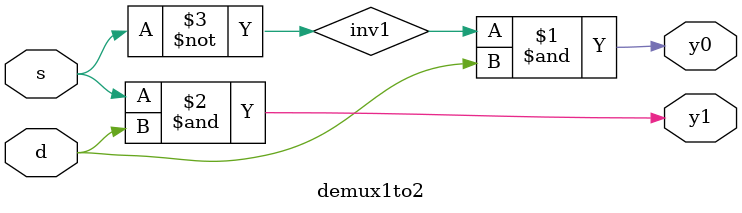
<source format=v>
module demux1to2(
  input d,
  input s,
  output y0,y1);
  wire inv1;
  not not1(inv1,s);
  and and1(y0,inv1,d);
  and and2(y1,s,d);
endmodule

</source>
